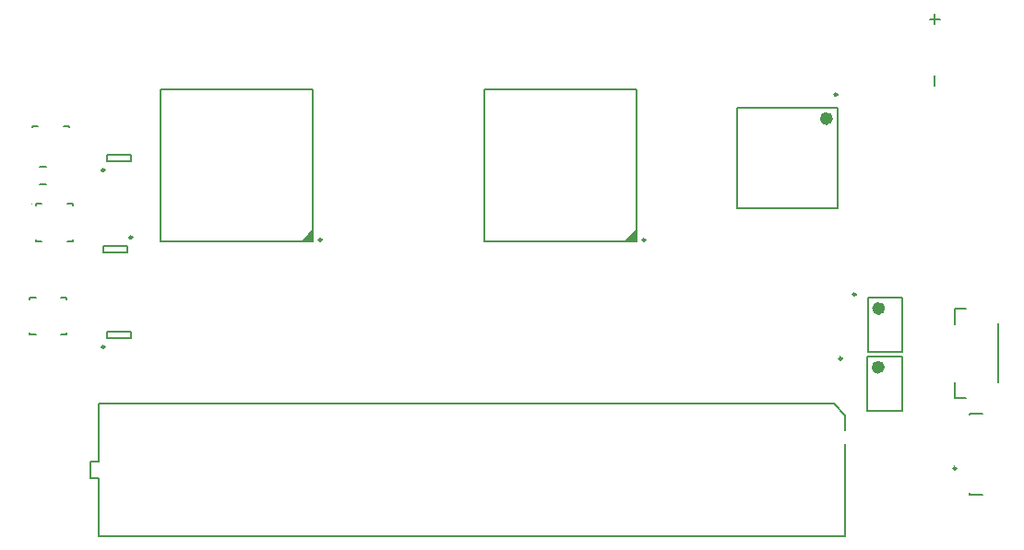
<source format=gto>
G04 Layer_Color=65535*
%FSLAX44Y44*%
%MOMM*%
G71*
G01*
G75*
%ADD40C,0.2500*%
%ADD43C,0.1500*%
%ADD44C,0.6000*%
%ADD46C,0.2000*%
%ADD87C,0.1000*%
G36*
X-191000Y-114000D02*
X-201000D01*
X-191000Y-104000D01*
Y-114000D01*
D02*
G37*
G36*
X106000D02*
X96000D01*
X106000Y-104000D01*
Y-114000D01*
D02*
G37*
D40*
X399070Y-322385D02*
G03*
X399070Y-322385I-1250J0D01*
G01*
X290000Y21000D02*
G03*
X290000Y21000I-1250J0D01*
G01*
X-382495Y-210754D02*
G03*
X-382495Y-210754I-1250J0D01*
G01*
X-356995Y-110246D02*
G03*
X-356995Y-110246I-1250J0D01*
G01*
X-382495Y-48254D02*
G03*
X-382495Y-48254I-1250J0D01*
G01*
X-183250Y-112500D02*
G03*
X-183250Y-112500I-1250J0D01*
G01*
X113750D02*
G03*
X113750Y-112500I-1250J0D01*
G01*
X307000Y-162700D02*
G03*
X307000Y-162700I-1250J0D01*
G01*
X294250Y-221500D02*
G03*
X294250Y-221500I-1250J0D01*
G01*
D43*
X-387399Y-263294D02*
X286794D01*
X297385Y-273885D01*
Y-287170D02*
Y-273885D01*
X-387399Y-354353D02*
Y-331620D01*
Y-316380D02*
Y-293647D01*
Y-384706D02*
Y-354353D01*
Y-293647D02*
Y-263294D01*
X-395527Y-316380D02*
X-387399D01*
X-395527Y-331620D02*
X-387399D01*
X-395527D02*
Y-316380D01*
X297385Y-384706D02*
Y-299870D01*
X-387399Y-384706D02*
X297385D01*
D44*
X283000Y-1000D02*
G03*
X283000Y-1000I-3000J0D01*
G01*
X331000Y-175500D02*
G03*
X331000Y-175500I-3000J0D01*
G01*
X330500Y-229500D02*
G03*
X330500Y-229500I-3000J0D01*
G01*
D46*
X411320Y-346885D02*
Y-345385D01*
Y-346885D02*
X423170D01*
X411320Y-273385D02*
Y-271885D01*
X423170D01*
X198000Y-83000D02*
Y9000D01*
X290000Y-83000D02*
Y9000D01*
X198000Y-83000D02*
X290000D01*
X198000Y9000D02*
X290000D01*
X-380495Y-203004D02*
Y-197004D01*
X-358495Y-203004D02*
Y-197004D01*
X-380495Y-203004D02*
X-358495D01*
X-380495Y-197004D02*
X-358495D01*
X-361495Y-123996D02*
Y-117996D01*
X-383495Y-123996D02*
Y-117996D01*
X-361495D01*
X-383495Y-123996D02*
X-361495D01*
X-380495Y-40504D02*
Y-34504D01*
X-358495Y-40504D02*
Y-34504D01*
X-380495Y-40504D02*
X-358495D01*
X-380495Y-34504D02*
X-358495D01*
X-416750Y-79500D02*
X-411500D01*
X-416750Y-113500D02*
X-411500D01*
X-445500D02*
X-440250D01*
X-445500Y-81000D02*
Y-79500D01*
X-440250D01*
X-445500Y-113500D02*
Y-112000D01*
X-411500Y-113500D02*
Y-112000D01*
Y-81000D02*
Y-79500D01*
X-422250Y-165500D02*
X-417000D01*
X-422250Y-199500D02*
X-417000D01*
X-451000D02*
X-445750D01*
X-451000Y-167000D02*
Y-165500D01*
X-445750D01*
X-451000Y-199500D02*
Y-198000D01*
X-417000Y-199500D02*
Y-198000D01*
Y-167000D02*
Y-165500D01*
X-201000Y-114000D02*
X-191000Y-104000D01*
Y-114000D02*
Y26000D01*
X-331000Y-114000D02*
Y26000D01*
Y-114000D02*
X-191000D01*
X-331000Y26000D02*
X-191000D01*
X96000Y-114000D02*
X106000Y-104000D01*
Y-114000D02*
Y26000D01*
X-34000Y-114000D02*
Y26000D01*
Y-114000D02*
X106000D01*
X-34000Y26000D02*
X106000D01*
X318000Y-215500D02*
X350000D01*
X318000Y-165500D02*
X350000D01*
Y-215500D02*
Y-165500D01*
X318000Y-215500D02*
Y-165500D01*
X317500Y-269500D02*
X349500D01*
X317500Y-219500D02*
X349500D01*
Y-269500D02*
Y-219500D01*
X317500Y-269500D02*
Y-219500D01*
X438000Y-243500D02*
Y-189000D01*
X397500Y-257500D02*
X408500D01*
X397500D02*
Y-243000D01*
Y-190000D02*
Y-175500D01*
X408500D01*
X-419750Y-7750D02*
X-414500D01*
X-448500Y-9250D02*
Y-7750D01*
X-443250D01*
X-414500Y-9250D02*
Y-7750D01*
X-442000Y-45500D02*
X-436000D01*
X-442000Y-61500D02*
X-436000D01*
X379498Y29000D02*
Y38330D01*
X375000Y90502D02*
X384330D01*
X379665Y85837D02*
Y95167D01*
D87*
X-449000Y-79500D02*
G03*
X-449000Y-79500I-500J0D01*
G01*
X-454500Y-165500D02*
G03*
X-454500Y-165500I-500J0D01*
G01*
X-452000Y-7750D02*
G03*
X-452000Y-7750I-500J0D01*
G01*
M02*

</source>
